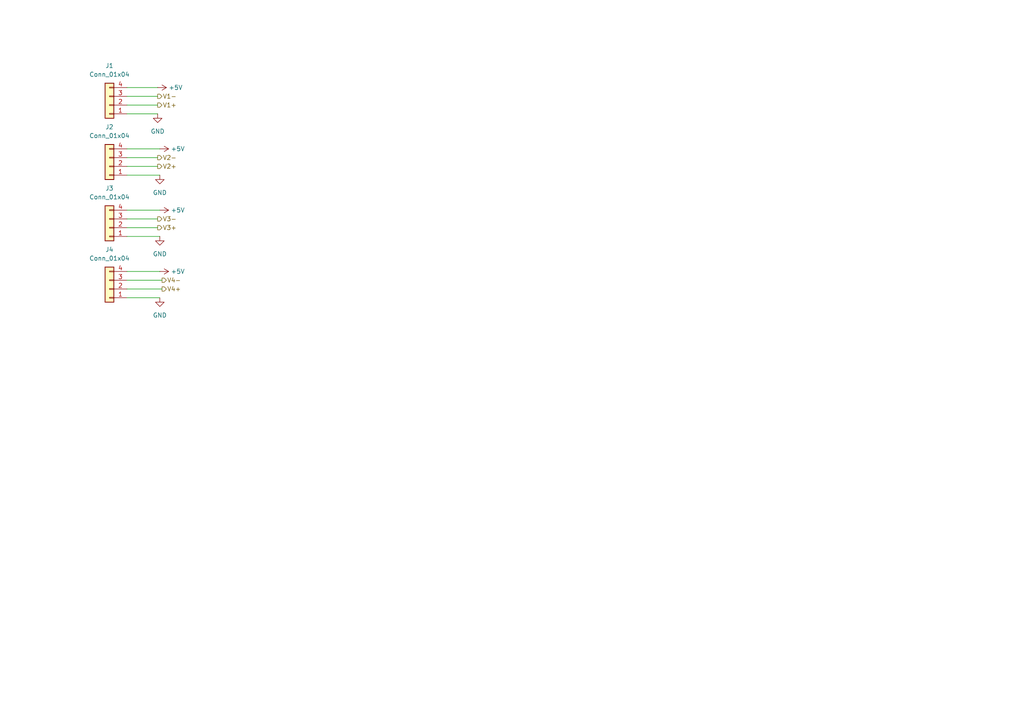
<source format=kicad_sch>
(kicad_sch (version 20250114) (generator "eeschema") (generator_version "9.0")
  (paper "A4")
  (lib_symbols
    (symbol "Connector_Generic:Conn_01x04" (pin_names (offset 1.016) (hide yes))
      (property "Reference" "J" (at 0 5.08 0))
      (property "Value" "Conn_01x04" (at 0 -7.62 0))
      (symbol "Conn_01x04_1_1"
        (rectangle (start -1.27 3.81) (end 1.27 -6.35) (stroke (width 0.254)) (fill (type background)))
        (rectangle (start -1.27 2.667) (end 0 2.413) (stroke (width 0.1524)))
        (rectangle (start -1.27 0.127) (end 0 -0.127) (stroke (width 0.1524)))
        (rectangle (start -1.27 -2.413) (end 0 -2.667) (stroke (width 0.1524)))
        (rectangle (start -1.27 -4.953) (end 0 -5.207) (stroke (width 0.1524)))
        (pin passive line (at -5.08 2.54 0) (length 3.81) (name "Pin_1") (number "1"))
        (pin passive line (at -5.08 0 0) (length 3.81) (name "Pin_2") (number "2"))
        (pin passive line (at -5.08 -2.54 0) (length 3.81) (name "Pin_3") (number "3"))
        (pin passive line (at -5.08 -5.08 0) (length 3.81) (name "Pin_4") (number "4"))
      )
    )
    (symbol "power:+5V" (power) (pin_numbers (hide yes)) (pin_names (offset 0) (hide yes))
      (property "Value" "+5V" (at 0 3.556 0))
      (symbol "+5V_0_1"
        (polyline (pts (xy -0.762 1.27) (xy 0 2.54)))
        (polyline (pts (xy 0 2.54) (xy 0.762 1.27)))
        (polyline (pts (xy 0 0) (xy 0 2.54)))
      )
      (symbol "+5V_1_1"
        (pin power_in line (at 0 0 90) (length 0) (name "~") (number "1"))
      )
    )
    (symbol "power:GND" (power) (pin_numbers (hide yes)) (pin_names (offset 0) (hide yes))
      (property "Value" "GND" (at 0 -3.81 0))
      (symbol "GND_0_1"
        (polyline (pts (xy 0 0) (xy 0 -1.27) (xy 1.27 -1.27) (xy 0 -2.54) (xy -1.27 -1.27) (xy 0 -1.27)))
      )
      (symbol "GND_1_1"
        (pin power_in line (at 0 0 270) (length 0) (name "~") (number "1"))
      )
    )
  )
  (wire (pts (xy 36.83 33.02) (xy 45.72 33.02)))
  (wire (pts (xy 46.355 78.74) (xy 36.83 78.74)))
  (wire (pts (xy 46.99 83.82) (xy 36.83 83.82)))
  (wire (pts (xy 45.72 45.72) (xy 36.83 45.72)))
  (wire (pts (xy 46.355 60.96) (xy 36.83 60.96)))
  (wire (pts (xy 36.83 68.58) (xy 46.355 68.58)))
  (wire (pts (xy 36.83 86.36) (xy 46.355 86.36)))
  (wire (pts (xy 45.72 48.26) (xy 36.83 48.26)))
  (wire (pts (xy 46.355 43.18) (xy 36.83 43.18)))
  (wire (pts (xy 45.72 25.4) (xy 36.83 25.4)))
  (wire (pts (xy 45.72 27.94) (xy 36.83 27.94)))
  (wire (pts (xy 46.99 81.28) (xy 36.83 81.28)))
  (wire (pts (xy 45.72 66.04) (xy 36.83 66.04)))
  (wire (pts (xy 45.72 30.48) (xy 36.83 30.48)))
  (wire (pts (xy 36.83 50.8) (xy 46.355 50.8)))
  (wire (pts (xy 45.72 63.5) (xy 36.83 63.5)))
  (hierarchical_label "V1+" (shape output) (at 45.72 30.48 0))
  (hierarchical_label "V2-" (shape output) (at 45.72 45.72 0))
  (hierarchical_label "V4+" (shape output) (at 46.99 83.82 0))
  (hierarchical_label "V1-" (shape output) (at 45.72 27.94 0))
  (hierarchical_label "V3+" (shape output) (at 45.72 66.04 0))
  (hierarchical_label "V4-" (shape output) (at 46.99 81.28 0))
  (hierarchical_label "V3-" (shape output) (at 45.72 63.5 0))
  (hierarchical_label "V2+" (shape output) (at 45.72 48.26 0))
  (symbol (lib_id "power:GND") (at 45.72 33.02 0) (unit 1)
    (property "Reference" "#PWR02" (effects (hide yes)))
    (property "Value" "GND" (at 45.72 38.1 0))
    (property "Description" "Power symbol creates a global label with name \"GND\" , ground" (effects (hide yes)))
  )
  (symbol (lib_id "power:+5V") (at 46.355 43.18 270) (unit 1)
    (property "Reference" "#PWR03" (effects (hide yes)))
    (property "Value" "+5V" (at 49.53 43.1799 90) (effects (justify left)))
    (property "Description" "Power symbol creates a global label with name \"+5V\"" (effects (hide yes)))
  )
  (symbol (lib_id "power:+5V") (at 46.355 60.96 270) (unit 1)
    (property "Reference" "#PWR05" (effects (hide yes)))
    (property "Value" "+5V" (at 49.53 60.9599 90) (effects (justify left)))
    (property "Description" "Power symbol creates a global label with name \"+5V\"" (effects (hide yes)))
  )
  (symbol (lib_id "power:GND") (at 46.355 50.8 0) (unit 1)
    (property "Reference" "#PWR04" (effects (hide yes)))
    (property "Value" "GND" (at 46.355 55.88 0))
    (property "Description" "Power symbol creates a global label with name \"GND\" , ground" (effects (hide yes)))
  )
  (symbol (lib_id "Connector_Generic:Conn_01x04") (at 31.75 30.48 180) (unit 1)
    (property "Reference" "J1" (at 31.75 19.05 0))
    (property "Value" "Conn_01x04" (at 31.75 21.59 0))
    (property "Footprint" "Connector_JST:JST_EH_S4B-EH_1x04_P2.50mm_Horizontal" (effects (hide yes)))
    (property "Description" "Generic connector, single row, 01x04, script generated (kicad-library-utils/schlib/autogen/connector/)" (effects (hide yes)))
  )
  (symbol (lib_id "power:GND") (at 46.355 86.36 0) (unit 1)
    (property "Reference" "#PWR08" (effects (hide yes)))
    (property "Value" "GND" (at 46.355 91.44 0))
    (property "Description" "Power symbol creates a global label with name \"GND\" , ground" (effects (hide yes)))
  )
  (symbol (lib_id "Connector_Generic:Conn_01x04") (at 31.75 66.04 180) (unit 1)
    (property "Reference" "J3" (at 31.75 54.61 0))
    (property "Value" "Conn_01x04" (at 31.75 57.15 0))
    (property "Footprint" "Connector_JST:JST_EH_S4B-EH_1x04_P2.50mm_Horizontal" (effects (hide yes)))
    (property "Description" "Generic connector, single row, 01x04, script generated (kicad-library-utils/schlib/autogen/connector/)" (effects (hide yes)))
  )
  (symbol (lib_id "power:+5V") (at 46.355 78.74 270) (unit 1)
    (property "Reference" "#PWR07" (effects (hide yes)))
    (property "Value" "+5V" (at 49.53 78.7399 90) (effects (justify left)))
    (property "Description" "Power symbol creates a global label with name \"+5V\"" (effects (hide yes)))
  )
  (symbol (lib_id "Connector_Generic:Conn_01x04") (at 31.75 48.26 180) (unit 1)
    (property "Reference" "J2" (at 31.75 36.83 0))
    (property "Value" "Conn_01x04" (at 31.75 39.37 0))
    (property "Footprint" "Connector_JST:JST_EH_S4B-EH_1x04_P2.50mm_Horizontal" (effects (hide yes)))
    (property "Description" "Generic connector, single row, 01x04, script generated (kicad-library-utils/schlib/autogen/connector/)" (effects (hide yes)))
  )
  (symbol (lib_id "power:GND") (at 46.355 68.58 0) (unit 1)
    (property "Reference" "#PWR06" (effects (hide yes)))
    (property "Value" "GND" (at 46.355 73.66 0))
    (property "Description" "Power symbol creates a global label with name \"GND\" , ground" (effects (hide yes)))
  )
  (symbol (lib_id "power:+5V") (at 45.72 25.4 270) (unit 1)
    (property "Reference" "#PWR01" (effects (hide yes)))
    (property "Value" "+5V" (at 48.895 25.3999 90) (effects (justify left)))
    (property "Description" "Power symbol creates a global label with name \"+5V\"" (effects (hide yes)))
  )
  (symbol (lib_id "Connector_Generic:Conn_01x04") (at 31.75 83.82 180) (unit 1)
    (property "Reference" "J4" (at 31.75 72.39 0))
    (property "Value" "Conn_01x04" (at 31.75 74.93 0))
    (property "Footprint" "Connector_JST:JST_EH_S4B-EH_1x04_P2.50mm_Horizontal" (effects (hide yes)))
    (property "Description" "Generic connector, single row, 01x04, script generated (kicad-library-utils/schlib/autogen/connector/)" (effects (hide yes)))
  )
)
</source>
